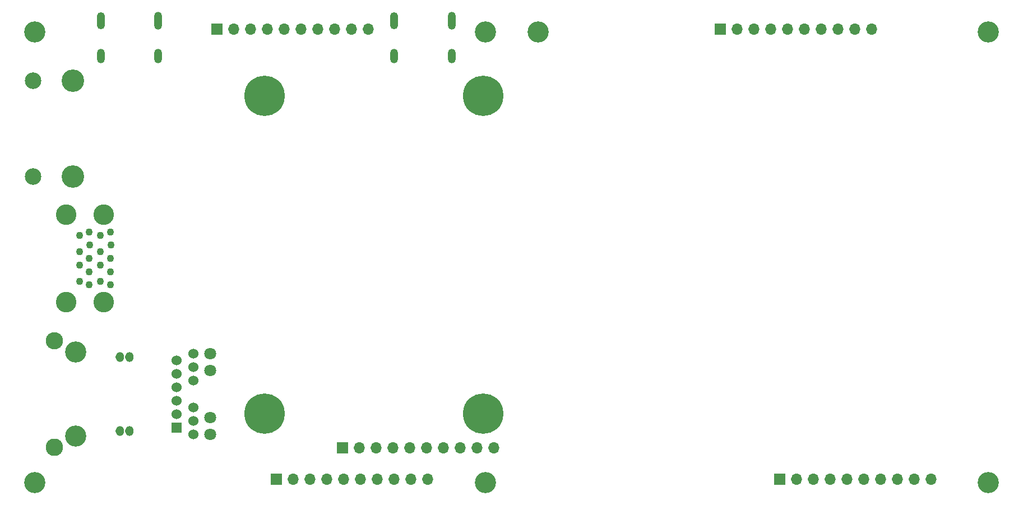
<source format=gbr>
%TF.GenerationSoftware,KiCad,Pcbnew,(6.0.8)*%
%TF.CreationDate,2022-12-14T13:01:19+09:00*%
%TF.ProjectId,audio,61756469-6f2e-46b6-9963-61645f706362,rev?*%
%TF.SameCoordinates,Original*%
%TF.FileFunction,Soldermask,Bot*%
%TF.FilePolarity,Negative*%
%FSLAX46Y46*%
G04 Gerber Fmt 4.6, Leading zero omitted, Abs format (unit mm)*
G04 Created by KiCad (PCBNEW (6.0.8)) date 2022-12-14 13:01:19*
%MOMM*%
%LPD*%
G01*
G04 APERTURE LIST*
%ADD10C,3.200000*%
%ADD11O,1.200000X2.200000*%
%ADD12O,1.200000X2.700000*%
%ADD13O,1.200000X2.600000*%
%ADD14R,1.524000X1.524000*%
%ADD15C,1.524000*%
%ADD16C,1.800000*%
%ADD17O,1.270000X1.524000*%
%ADD18C,2.630000*%
%ADD19C,2.610000*%
%ADD20C,6.100000*%
%ADD21R,1.700000X1.700000*%
%ADD22O,1.700000X1.700000*%
%ADD23C,3.100000*%
%ADD24C,1.100000*%
%ADD25C,3.400000*%
%ADD26C,2.500000*%
G04 APERTURE END LIST*
D10*
%TO.C,REF\u002A\u002A*%
X147500000Y-71500000D03*
%TD*%
%TO.C,REF\u002A\u002A*%
X147500000Y-3500000D03*
%TD*%
%TO.C,REF\u002A\u002A*%
X79500000Y-3500000D03*
%TD*%
%TO.C,REF\u002A\u002A*%
X71500000Y-3500000D03*
%TD*%
%TO.C,REF\u002A\u002A*%
X71500000Y-71500000D03*
%TD*%
%TO.C,REF\u002A\u002A*%
X3500000Y-71500000D03*
%TD*%
%TO.C,REF\u002A\u002A*%
X3500000Y-3500000D03*
%TD*%
D11*
%TO.C,J5*%
X66420000Y-7110000D03*
X57780000Y-7110000D03*
D12*
X66420000Y-1750000D03*
D13*
X57780000Y-1750000D03*
%TD*%
D10*
%TO.C,J2*%
X9637500Y-51807500D03*
X9637500Y-64507500D03*
D14*
X24877500Y-63237500D03*
D15*
X24877500Y-61205500D03*
X24877500Y-59173500D03*
X24877500Y-57141500D03*
X24877500Y-55109500D03*
X24877500Y-53077500D03*
X27417500Y-64253500D03*
X27417500Y-62221500D03*
X27417500Y-60189500D03*
X27417500Y-56125500D03*
X27417500Y-54093500D03*
X27417500Y-52061500D03*
D16*
X29957500Y-64253500D03*
X29957500Y-61713500D03*
X29957500Y-54601500D03*
X29957500Y-52061500D03*
D17*
X17767500Y-63752500D03*
X17767500Y-52572500D03*
X16297500Y-63752500D03*
X16297500Y-52572500D03*
D18*
X6462500Y-66222000D03*
D19*
X6462500Y-50093000D03*
%TD*%
D20*
%TO.C,CM4_MODULE1*%
X71200000Y-61100000D03*
X71200000Y-13100000D03*
X38200000Y-61100000D03*
X38200000Y-13100000D03*
%TD*%
D21*
%TO.C,J6*%
X31000000Y-3000000D03*
D22*
X33540000Y-3000000D03*
X36080000Y-3000000D03*
X38620000Y-3000000D03*
X41160000Y-3000000D03*
X43700000Y-3000000D03*
X46240000Y-3000000D03*
X48780000Y-3000000D03*
X51320000Y-3000000D03*
X53860000Y-3000000D03*
%TD*%
D23*
%TO.C,J3*%
X8200000Y-44240000D03*
X13880000Y-44240000D03*
X8200000Y-31100000D03*
X13880000Y-31100000D03*
D24*
X10200000Y-34170000D03*
X10200000Y-36670000D03*
X10200000Y-38670000D03*
X10200000Y-41170000D03*
X11700000Y-41670000D03*
X11700000Y-39670000D03*
X11700000Y-37670000D03*
X11750000Y-35670000D03*
X11700000Y-33670000D03*
X13400000Y-34170000D03*
X13400000Y-36670000D03*
X13400000Y-38670000D03*
X13400000Y-41170000D03*
X14900000Y-41670000D03*
X14900000Y-39670000D03*
X14900000Y-37670000D03*
X14950000Y-35670000D03*
X14900000Y-33670000D03*
%TD*%
D21*
%TO.C,J10*%
X49960000Y-66250000D03*
D22*
X52500000Y-66250000D03*
X55040000Y-66250000D03*
X57580000Y-66250000D03*
X60120000Y-66250000D03*
X62660000Y-66250000D03*
X65200000Y-66250000D03*
X67740000Y-66250000D03*
X70280000Y-66250000D03*
X72820000Y-66250000D03*
%TD*%
D25*
%TO.C,J1*%
X9228500Y-10842500D03*
X9228500Y-25342500D03*
D26*
X3228500Y-10842500D03*
X3228500Y-25342500D03*
%TD*%
D21*
%TO.C,J7*%
X40000000Y-71000000D03*
D22*
X42540000Y-71000000D03*
X45080000Y-71000000D03*
X47620000Y-71000000D03*
X50160000Y-71000000D03*
X52700000Y-71000000D03*
X55240000Y-71000000D03*
X57780000Y-71000000D03*
X60320000Y-71000000D03*
X62860000Y-71000000D03*
%TD*%
D11*
%TO.C,J4*%
X22090000Y-7130000D03*
X13450000Y-7130000D03*
D12*
X22090000Y-1770000D03*
D13*
X13450000Y-1770000D03*
%TD*%
D22*
%TO.C,J9*%
X138860000Y-71000000D03*
X136320000Y-71000000D03*
X133780000Y-71000000D03*
X131240000Y-71000000D03*
X128700000Y-71000000D03*
X126160000Y-71000000D03*
X123620000Y-71000000D03*
X121080000Y-71000000D03*
X118540000Y-71000000D03*
D21*
X116000000Y-71000000D03*
%TD*%
%TO.C,J8*%
X107000000Y-3000000D03*
D22*
X109540000Y-3000000D03*
X112080000Y-3000000D03*
X114620000Y-3000000D03*
X117160000Y-3000000D03*
X119700000Y-3000000D03*
X122240000Y-3000000D03*
X124780000Y-3000000D03*
X127320000Y-3000000D03*
X129860000Y-3000000D03*
%TD*%
M02*

</source>
